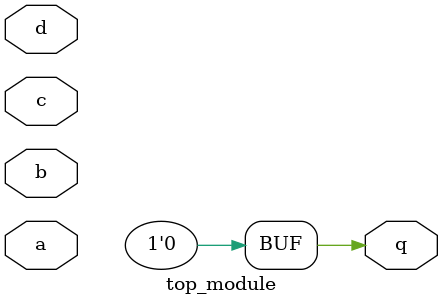
<source format=sv>
module top_module (
    input a,
    input b,
    input c,
    input d,
    output reg q
);

    // Intermediate signals
    wire w1, w2, w3;
    
    // Logic gates
    xor gate1 (w1, a, b);
    and gate2 (w2, c, d);
    and gate3 (w3, a, b);
    or gate4 (q, w1, w2, w3);
  
    // Assign initial value to q
    initial begin
        q = 0;
    end

endmodule

</source>
